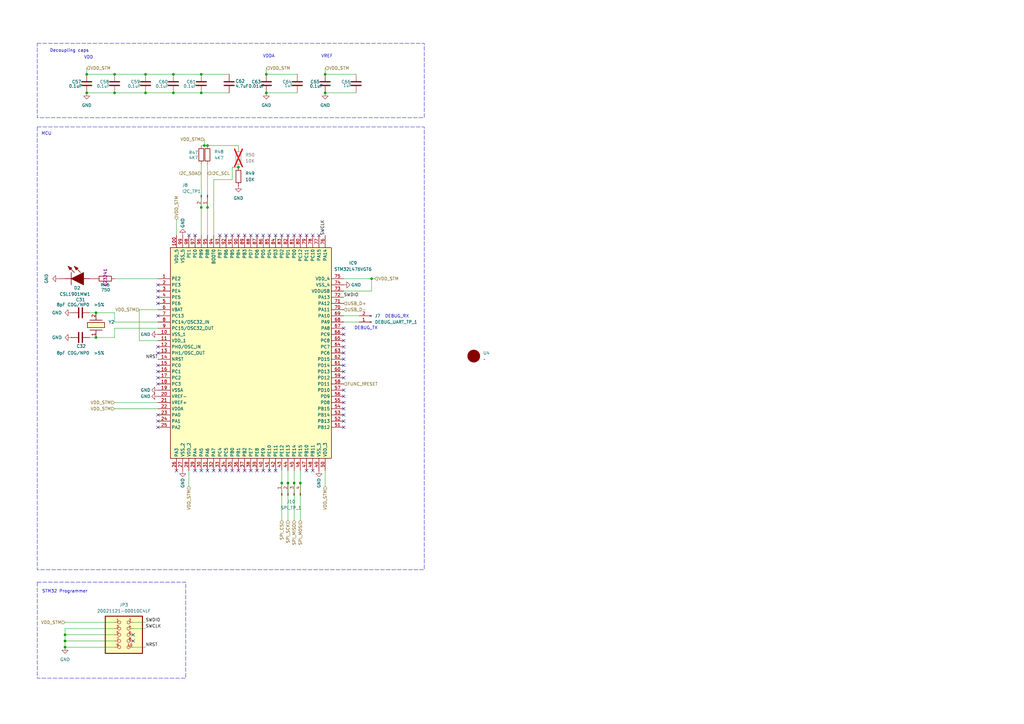
<source format=kicad_sch>
(kicad_sch (version 20250114) (generator "eeschema") (generator_version "9.0")
  (paper "A3")
  (title_block (date "2021-11-17"))
  (lib_symbols
    (symbol "20021221-00010C4LF:20021221-00010C4LF" (pin_names (offset 1.016))
      (property "Reference" "JP" (at -6.3529 8.2587 0))
      (property "Value" "20021221-00010C4LF" (at -6.3605 -10.1767 0))
      (symbol "20021221-00010C4LF_0_0"
        (rectangle (start -6.35 -7.62) (end 8.89 7.62) (stroke (width 0.4064)) (fill (type background)))
        (pin passive inverted (at -2.54 5.08 0) (length 2.54) (name "~") (number "1"))
        (pin passive inverted (at -2.54 2.54 0) (length 2.54) (name "~") (number "3"))
        (pin passive inverted (at -2.54 0 0) (length 2.54) (name "~") (number "5"))
        (pin passive inverted (at -2.54 -2.54 0) (length 2.54) (name "~") (number "7"))
        (pin passive inverted (at -2.54 -5.08 0) (length 2.54) (name "~") (number "9"))
        (pin passive inverted (at 5.08 5.08 180) (length 2.54) (name "~") (number "2"))
        (pin passive inverted (at 5.08 2.54 180) (length 2.54) (name "~") (number "4"))
        (pin passive inverted (at 5.08 0 180) (length 2.54) (name "~") (number "6"))
        (pin passive inverted (at 5.08 -2.54 180) (length 2.54) (name "~") (number "8"))
        (pin passive inverted (at 5.08 -5.08 180) (length 2.54) (name "~") (number "10"))
      )
    )
    (symbol "CSL1901MW1:CSL1901MW1" (pin_numbers (hide yes)) (pin_names (hide yes))
      (property "Reference" "LED" (at 12.7 8.89 0))
      (property "Value" "CSL1901MW1" (at 12.7 6.35 0))
      (symbol "CSL1901MW1_1_1"
        (polyline (pts (xy 2.54 0) (xy 5.08 0)) (stroke (width 0.254)))
        (polyline (pts (xy 5.08 2.54) (xy 5.08 -2.54)) (stroke (width 0.254)))
        (polyline (pts (xy 5.08 0) (xy 10.16 2.54) (xy 10.16 -2.54) (xy 5.08 0)) (stroke (width 0.254)) (fill (type outline)))
        (polyline (pts (xy 5.334 4.318) (xy 4.572 3.556) (xy 3.81 5.08) (xy 5.334 4.318)) (stroke (width 0.254)) (fill (type outline)))
        (polyline (pts (xy 6.35 2.54) (xy 3.81 5.08)) (stroke (width 0.254)))
        (polyline (pts (xy 7.874 4.318) (xy 7.112 3.556) (xy 6.35 5.08) (xy 7.874 4.318)) (stroke (width 0.254)) (fill (type outline)))
        (polyline (pts (xy 8.89 2.54) (xy 6.35 5.08)) (stroke (width 0.254)))
        (polyline (pts (xy 10.16 0) (xy 12.7 0)) (stroke (width 0.254)))
        (pin passive line (at 0 0 0) (length 2.54) (name "K") (number "1"))
        (pin passive line (at 15.24 0 180) (length 2.54) (name "A") (number "2"))
      )
    )
    (symbol "Connector:Conn_01x02_Pin" (pin_names (offset 1.016) (hide yes))
      (property "Reference" "J" (at 0 2.54 0))
      (property "Value" "Conn_01x02_Pin" (at 0 -5.08 0))
      (symbol "Conn_01x02_Pin_1_1"
        (rectangle (start 0.8636 0.127) (end 0 -0.127) (stroke (width 0.1524)) (fill (type outline)))
        (rectangle (start 0.8636 -2.413) (end 0 -2.667) (stroke (width 0.1524)) (fill (type outline)))
        (polyline (pts (xy 1.27 0) (xy 0.8636 0)) (stroke (width 0.1524)))
        (polyline (pts (xy 1.27 -2.54) (xy 0.8636 -2.54)) (stroke (width 0.1524)))
        (pin passive line (at 5.08 0 180) (length 3.81) (name "Pin_1") (number "1"))
        (pin passive line (at 5.08 -2.54 180) (length 3.81) (name "Pin_2") (number "2"))
      )
    )
    (symbol "Connector:Conn_01x04_Pin" (pin_names (offset 1.016) (hide yes))
      (property "Reference" "J" (at 0 5.08 0))
      (property "Value" "Conn_01x04_Pin" (at 0 -7.62 0))
      (symbol "Conn_01x04_Pin_1_1"
        (rectangle (start 0.8636 2.667) (end 0 2.413) (stroke (width 0.1524)) (fill (type outline)))
        (rectangle (start 0.8636 0.127) (end 0 -0.127) (stroke (width 0.1524)) (fill (type outline)))
        (rectangle (start 0.8636 -2.413) (end 0 -2.667) (stroke (width 0.1524)) (fill (type outline)))
        (rectangle (start 0.8636 -4.953) (end 0 -5.207) (stroke (width 0.1524)) (fill (type outline)))
        (polyline (pts (xy 1.27 2.54) (xy 0.8636 2.54)) (stroke (width 0.1524)))
        (polyline (pts (xy 1.27 0) (xy 0.8636 0)) (stroke (width 0.1524)))
        (polyline (pts (xy 1.27 -2.54) (xy 0.8636 -2.54)) (stroke (width 0.1524)))
        (polyline (pts (xy 1.27 -5.08) (xy 0.8636 -5.08)) (stroke (width 0.1524)))
        (pin passive line (at 5.08 2.54 180) (length 3.81) (name "Pin_1") (number "1"))
        (pin passive line (at 5.08 0 180) (length 3.81) (name "Pin_2") (number "2"))
        (pin passive line (at 5.08 -2.54 180) (length 3.81) (name "Pin_3") (number "3"))
        (pin passive line (at 5.08 -5.08 180) (length 3.81) (name "Pin_4") (number "4"))
      )
    )
    (symbol "Device:C" (pin_numbers (hide yes)) (pin_names (offset 0.254))
      (property "Reference" "C" (at 0.635 2.54 0))
      (property "Value" "C" (at 0.635 -2.54 0))
      (symbol "C_0_1"
        (polyline (pts (xy -2.032 0.762) (xy 2.032 0.762)) (stroke (width 0.508)))
        (polyline (pts (xy -2.032 -0.762) (xy 2.032 -0.762)) (stroke (width 0.508)))
      )
      (symbol "C_1_1"
        (pin passive line (at 0 3.81 270) (length 2.794) (name "~") (number "1"))
        (pin passive line (at 0 -3.81 90) (length 2.794) (name "~") (number "2"))
      )
    )
    (symbol "Device:R" (pin_numbers (hide yes)) (pin_names (offset 0))
      (property "Reference" "R" (at 2.032 0 90))
      (property "Value" "R" (at 0 0 90))
      (symbol "R_0_1"
        (rectangle (start -1.016 -2.54) (end 1.016 2.54) (stroke (width 0.254)))
      )
      (symbol "R_1_1"
        (pin passive line (at 0 3.81 270) (length 1.27) (name "~") (number "1"))
        (pin passive line (at 0 -3.81 90) (length 1.27) (name "~") (number "2"))
      )
    )
    (symbol "ECS-_327-7-16-C-TR:ECS-.327-7-16-C-TR" (pin_names (hide yes))
      (property "Reference" "Y" (at 8.89 6.35 0))
      (property "Value" "ECS-.327-7-16-C-TR" (at 8.89 3.81 0))
      (symbol "ECS-.327-7-16-C-TR_1_1"
        (polyline (pts (xy 3.048 2.54) (xy 3.048 -2.54)) (stroke (width 0.254)))
        (polyline (pts (xy 3.048 0) (xy 2.54 0)) (stroke (width 0.254)))
        (rectangle (start 4.064 3.556) (end 6.096 -3.556) (stroke (width 0.254)) (fill (type background)))
        (polyline (pts (xy 7.112 2.54) (xy 7.112 -2.54)) (stroke (width 0.254)))
        (polyline (pts (xy 7.112 0) (xy 7.62 0)) (stroke (width 0.254)))
        (pin passive line (at 0 0 0) (length 2.54) (name "OUT/IN") (number "2"))
        (pin passive line (at 10.16 0 180) (length 2.54) (name "") (number "1"))
      )
    )
    (symbol "Insyte:Logo"
      (property "Reference" "U" (at 0 0 0))
      (symbol "Logo_0_1"
        (circle (center 0 0) (radius 2.54) (fill (type outline)))
      )
    )
    (symbol "Insyte:STM32L476VGT6"
      (property "Reference" "IC5" (at 81.28 6.4202 0))
      (property "Value" "STM32L476VGT6" (at 81.28 3.8802 0))
      (symbol "STM32L476VGT6_1_1"
        (rectangle (start 5.08 12.7) (end 71.12 -73.66) (stroke (width 0.254)) (fill (type background)))
        (pin passive line (at 0 0 0) (length 5.08) (name "PE2") (number "1"))
        (pin passive line (at 0 -2.54 0) (length 5.08) (name "PE3") (number "2"))
        (pin passive line (at 0 -5.08 0) (length 5.08) (name "PE4") (number "3"))
        (pin passive line (at 0 -7.62 0) (length 5.08) (name "PE5") (number "4"))
        (pin passive line (at 0 -10.16 0) (length 5.08) (name "PE6") (number "5"))
        (pin passive line (at 0 -12.7 0) (length 5.08) (name "VBAT") (number "6"))
        (pin passive line (at 0 -15.24 0) (length 5.08) (name "PC13") (number "7"))
        (pin input line (at 0 -17.78 0) (length 5.08) (name "PC14/OSC32_IN") (number "8"))
        (pin output line (at 0 -20.32 0) (length 5.08) (name "PC15/OSC32_OUT") (number "9"))
        (pin power_in line (at 0 -22.86 0) (length 5.08) (name "VSS_1") (number "10"))
        (pin power_in line (at 0 -25.4 0) (length 5.08) (name "VDD_1") (number "11"))
        (pin input line (at 0 -27.94 0) (length 5.08) (name "PH0/OSC_IN") (number "12"))
        (pin output line (at 0 -30.48 0) (length 5.08) (name "PH1/OSC_OUT") (number "13"))
        (pin input line (at 0 -33.02 0) (length 5.08) (name "NRST") (number "14"))
        (pin passive line (at 0 -35.56 0) (length 5.08) (name "PC0") (number "15"))
        (pin passive line (at 0 -38.1 0) (length 5.08) (name "PC1") (number "16"))
        (pin passive line (at 0 -40.64 0) (length 5.08) (name "PC2") (number "17"))
        (pin passive line (at 0 -43.18 0) (length 5.08) (name "PC3") (number "18"))
        (pin power_in line (at 0 -45.72 0) (length 5.08) (name "VSSA") (number "19"))
        (pin input line (at 0 -48.26 0) (length 5.08) (name "VREF-") (number "20"))
        (pin input line (at 0 -50.8 0) (length 5.08) (name "VREF+") (number "21"))
        (pin power_in line (at 0 -53.34 0) (length 5.08) (name "VDDA") (number "22"))
        (pin passive line (at 0 -55.88 0) (length 5.08) (name "PA0") (number "23"))
        (pin passive line (at 0 -58.42 0) (length 5.08) (name "PA1") (number "24"))
        (pin passive line (at 0 -60.96 0) (length 5.08) (name "PA2") (number "25"))
        (pin power_in line (at 7.62 17.78 270) (length 5.08) (name "VDD_5") (number "100"))
        (pin passive line (at 7.62 -78.74 90) (length 5.08) (name "PA3") (number "26"))
        (pin power_in line (at 10.16 17.78 270) (length 5.08) (name "VSS_5") (number "99"))
        (pin power_in line (at 10.16 -78.74 90) (length 5.08) (name "VSS_2") (number "27"))
        (pin passive line (at 12.7 17.78 270) (length 5.08) (name "PE1") (number "98"))
        (pin power_in line (at 12.7 -78.74 90) (length 5.08) (name "VDD_2") (number "28"))
        (pin passive line (at 15.24 17.78 270) (length 5.08) (name "PE0") (number "97"))
        (pin passive line (at 15.24 -78.74 90) (length 5.08) (name "PA4") (number "29"))
        (pin passive line (at 17.78 17.78 270) (length 5.08) (name "PB9") (number "96"))
        (pin passive line (at 17.78 -78.74 90) (length 5.08) (name "PA5") (number "30"))
        (pin passive line (at 20.32 17.78 270) (length 5.08) (name "PB8") (number "95"))
        (pin passive line (at 20.32 -78.74 90) (length 5.08) (name "PA6") (number "31"))
        (pin passive line (at 22.86 17.78 270) (length 5.08) (name "BOOT0") (number "94"))
        (pin passive line (at 22.86 -78.74 90) (length 5.08) (name "PA7") (number "32"))
        (pin passive line (at 25.4 17.78 270) (length 5.08) (name "PB7") (number "93"))
        (pin passive line (at 25.4 -78.74 90) (length 5.08) (name "PC4") (number "33"))
        (pin passive line (at 27.94 17.78 270) (length 5.08) (name "PB6") (number "92"))
        (pin passive line (at 27.94 -78.74 90) (length 5.08) (name "PC5") (number "34"))
        (pin passive line (at 30.48 17.78 270) (length 5.08) (name "PB5") (number "91"))
        (pin passive line (at 30.48 -78.74 90) (length 5.08) (name "PB0") (number "35"))
        (pin passive line (at 33.02 17.78 270) (length 5.08) (name "PB4") (number "90"))
        (pin passive line (at 33.02 -78.74 90) (length 5.08) (name "PB1") (number "36"))
        (pin passive line (at 35.56 17.78 270) (length 5.08) (name "PB3") (number "89"))
        (pin passive line (at 35.56 -78.74 90) (length 5.08) (name "PB2") (number "37"))
        (pin passive line (at 38.1 17.78 270) (length 5.08) (name "PD7") (number "88"))
        (pin passive line (at 38.1 -78.74 90) (length 5.08) (name "PE7") (number "38"))
        (pin passive line (at 40.64 17.78 270) (length 5.08) (name "PD6") (number "87"))
        (pin passive line (at 40.64 -78.74 90) (length 5.08) (name "PE8") (number "39"))
        (pin passive line (at 43.18 17.78 270) (length 5.08) (name "PD5") (number "86"))
        (pin passive line (at 43.18 -78.74 90) (length 5.08) (name "PE9") (number "40"))
        (pin passive line (at 45.72 17.78 270) (length 5.08) (name "PD4") (number "85"))
        (pin passive line (at 45.72 -78.74 90) (length 5.08) (name "PE10") (number "41"))
        (pin passive line (at 48.26 17.78 270) (length 5.08) (name "PD3") (number "84"))
        (pin passive line (at 48.26 -78.74 90) (length 5.08) (name "PE11") (number "42"))
        (pin passive line (at 50.8 17.78 270) (length 5.08) (name "PD2") (number "83"))
        (pin passive line (at 50.8 -78.74 90) (length 5.08) (name "PE12") (number "43"))
        (pin passive line (at 53.34 17.78 270) (length 5.08) (name "PD1") (number "82"))
        (pin passive line (at 53.34 -78.74 90) (length 5.08) (name "PE13") (number "44"))
        (pin passive line (at 55.88 17.78 270) (length 5.08) (name "PD0") (number "81"))
        (pin passive line (at 55.88 -78.74 90) (length 5.08) (name "PE14") (number "45"))
        (pin passive line (at 58.42 17.78 270) (length 5.08) (name "PC12") (number "80"))
        (pin passive line (at 58.42 -78.74 90) (length 5.08) (name "PE15") (number "46"))
        (pin passive line (at 60.96 17.78 270) (length 5.08) (name "PC11") (number "79"))
        (pin passive line (at 60.96 -78.74 90) (length 5.08) (name "PB10") (number "47"))
        (pin passive line (at 63.5 17.78 270) (length 5.08) (name "PC10") (number "78"))
        (pin passive line (at 63.5 -78.74 90) (length 5.08) (name "PB11") (number "48"))
        (pin passive line (at 66.04 17.78 270) (length 5.08) (name "PA15") (number "77"))
        (pin power_in line (at 66.04 -78.74 90) (length 5.08) (name "VSS_3") (number "49"))
        (pin passive line (at 68.58 17.78 270) (length 5.08) (name "PA14") (number "76"))
        (pin power_in line (at 68.58 -78.74 90) (length 5.08) (name "VDD_3") (number "50"))
        (pin power_in line (at 76.2 0 180) (length 5.08) (name "VDD_4") (number "75"))
        (pin power_in line (at 76.2 -2.54 180) (length 5.08) (name "VSS_4") (number "74"))
        (pin power_in line (at 76.2 -5.08 180) (length 5.08) (name "VDDUSB") (number "73"))
        (pin passive line (at 76.2 -7.62 180) (length 5.08) (name "PA13") (number "72"))
        (pin passive line (at 76.2 -10.16 180) (length 5.08) (name "PA12") (number "71"))
        (pin passive line (at 76.2 -12.7 180) (length 5.08) (name "PA11") (number "70"))
        (pin passive line (at 76.2 -15.24 180) (length 5.08) (name "PA10") (number "69"))
        (pin passive line (at 76.2 -17.78 180) (length 5.08) (name "PA9") (number "68"))
        (pin passive line (at 76.2 -20.32 180) (length 5.08) (name "PA8") (number "67"))
        (pin passive line (at 76.2 -22.86 180) (length 5.08) (name "PC9") (number "66"))
        (pin passive line (at 76.2 -25.4 180) (length 5.08) (name "PC8") (number "65"))
        (pin passive line (at 76.2 -27.94 180) (length 5.08) (name "PC7") (number "64"))
        (pin passive line (at 76.2 -30.48 180) (length 5.08) (name "PC6") (number "63"))
        (pin passive line (at 76.2 -33.02 180) (length 5.08) (name "PD15") (number "62"))
        (pin passive line (at 76.2 -35.56 180) (length 5.08) (name "PD14") (number "61"))
        (pin passive line (at 76.2 -38.1 180) (length 5.08) (name "PD13") (number "60"))
        (pin passive line (at 76.2 -40.64 180) (length 5.08) (name "PD12") (number "59"))
        (pin passive line (at 76.2 -43.18 180) (length 5.08) (name "PD11") (number "58"))
        (pin passive line (at 76.2 -45.72 180) (length 5.08) (name "PD10") (number "57"))
        (pin passive line (at 76.2 -48.26 180) (length 5.08) (name "PD9") (number "56"))
        (pin passive line (at 76.2 -50.8 180) (length 5.08) (name "PD8") (number "55"))
        (pin passive line (at 76.2 -53.34 180) (length 5.08) (name "PB15") (number "54"))
        (pin passive line (at 76.2 -55.88 180) (length 5.08) (name "PB14") (number "53"))
        (pin passive line (at 76.2 -58.42 180) (length 5.08) (name "PB13") (number "52"))
        (pin passive line (at 76.2 -60.96 180) (length 5.08) (name "PB12") (number "51"))
      )
    )
    (symbol "power:GND" (power) (pin_numbers (hide yes)) (pin_names (offset 0) (hide yes))
      (property "Value" "GND" (at 0 -3.81 0))
      (symbol "GND_0_1"
        (polyline (pts (xy 0 0) (xy 0 -1.27) (xy 1.27 -1.27) (xy 0 -2.54) (xy -1.27 -1.27) (xy 0 -1.27)))
      )
      (symbol "GND_1_1"
        (pin power_in line (at 0 0 270) (length 0) (name "~") (number "1"))
      )
    )
  )
  (rectangle (start 15.2484 238.76) (end 76.2084 278.13) (stroke (width 0) (type dash)))
  (rectangle (start 15.24 17.78) (end 173.99 48.26) (stroke (width 0) (type dash)))
  (rectangle (start 15.24 52.07) (end 173.99 233.68) (stroke (width 0) (type dash)))
  (text "STM32 Programmer" (at 17.2212 243.332 0) (effects (font (size 1.27 1.27)) (justify left bottom)))
  (text "VREF" (at 134.112 23.114 0) (effects (font (size 1.27 1.27))))
  (text "MCU" (at 19.05 54.864 0) (effects (font (size 1.27 1.27))))
  (text "VDD\n" (at 36.322 23.622 0) (effects (font (size 1.27 1.27))))
  (text "VDDA\n" (at 110.236 23.114 0) (effects (font (size 1.27 1.27))))
  (text "Decoupling caps" (at 28.448 20.828 0) (effects (font (size 1.27 1.27))))
  (text "DEBUG_RX" (at 162.814 129.794 0) (effects (font (size 1.27 1.27))))
  (text "DEBUG_TX" (at 150.114 134.62 0) (effects (font (size 1.27 1.27))))
  (junction (at 118.11 198.12))
  (junction (at 26.67 262.89))
  (junction (at 123.19 198.12))
  (junction (at 109.22 38.1))
  (junction (at 133.35 38.1))
  (junction (at 26.67 260.35))
  (junction (at 59.69 30.48))
  (junction (at 82.55 85.09))
  (junction (at 39.37 138.43))
  (junction (at 133.35 30.48))
  (junction (at 35.56 30.48))
  (junction (at 46.99 30.48))
  (junction (at 85.09 85.09))
  (junction (at 71.12 38.1))
  (junction (at 109.22 30.48))
  (junction (at 46.99 38.1))
  (junction (at 59.69 38.1))
  (junction (at 97.79 68.58))
  (junction (at 39.37 128.27))
  (junction (at 120.65 198.12))
  (junction (at 115.57 198.12))
  (junction (at 35.56 38.1))
  (junction (at 152.4 114.3))
  (junction (at 82.55 30.48))
  (junction (at 71.12 30.48))
  (junction (at 26.67 265.43))
  (junction (at 85.09 59.69))
  (junction (at 82.55 38.1))
  (junction (at 83.82 59.69))
  (no_connect (at 140.97 147.32))
  (no_connect (at 54.61 262.89))
  (no_connect (at 125.73 96.52))
  (no_connect (at 92.71 96.52))
  (no_connect (at 82.55 193.04))
  (no_connect (at 95.25 96.52))
  (no_connect (at 77.47 96.52))
  (no_connect (at 64.77 149.86))
  (no_connect (at 85.09 193.04))
  (no_connect (at 90.17 193.04))
  (no_connect (at 140.97 137.16))
  (no_connect (at 64.77 116.84))
  (no_connect (at 140.97 162.56))
  (no_connect (at 110.49 193.04))
  (no_connect (at 102.87 193.04))
  (no_connect (at 140.97 165.1))
  (no_connect (at 120.65 96.52))
  (no_connect (at 140.97 154.94))
  (no_connect (at 128.27 193.04))
  (no_connect (at 64.77 124.46))
  (no_connect (at 54.61 260.35))
  (no_connect (at 80.01 193.04))
  (no_connect (at 90.17 96.52))
  (no_connect (at 140.97 144.78))
  (no_connect (at 64.77 121.92))
  (no_connect (at 113.03 96.52))
  (no_connect (at 87.63 193.04))
  (no_connect (at 118.11 96.52))
  (no_connect (at 80.01 96.52))
  (no_connect (at 64.77 129.54))
  (no_connect (at 123.19 96.52))
  (no_connect (at 100.33 96.52))
  (no_connect (at 130.81 96.52))
  (no_connect (at 140.97 170.18))
  (no_connect (at 72.39 193.04))
  (no_connect (at 140.97 152.4))
  (no_connect (at 64.77 142.24))
  (no_connect (at 140.97 167.64))
  (no_connect (at 140.97 175.26))
  (no_connect (at 97.79 96.52))
  (no_connect (at 64.77 144.78))
  (no_connect (at 107.95 193.04))
  (no_connect (at 102.87 96.52))
  (no_connect (at 140.97 149.86))
  (no_connect (at 105.41 96.52))
  (no_connect (at 64.77 157.48))
  (no_connect (at 97.79 193.04))
  (no_connect (at 100.33 193.04))
  (no_connect (at 64.77 172.72))
  (no_connect (at 128.27 96.52))
  (no_connect (at 125.73 193.04))
  (no_connect (at 140.97 134.62))
  (no_connect (at 140.97 160.02))
  (no_connect (at 64.77 170.18))
  (no_connect (at 107.95 96.52))
  (no_connect (at 105.41 193.04))
  (no_connect (at 115.57 96.52))
  (no_connect (at 64.77 175.26))
  (no_connect (at 64.77 152.4))
  (no_connect (at 64.77 119.38))
  (no_connect (at 140.97 139.7))
  (no_connect (at 140.97 142.24))
  (no_connect (at 64.77 154.94))
  (no_connect (at 95.25 193.04))
  (no_connect (at 110.49 96.52))
  (no_connect (at 140.97 172.72))
  (no_connect (at 92.71 193.04))
  (no_connect (at 113.03 193.04))
  (wire (pts (xy 71.12 38.1) (xy 82.55 38.1)))
  (wire (pts (xy 39.37 138.43) (xy 36.83 138.43)))
  (wire (pts (xy 152.4 114.3) (xy 153.67 114.3)))
  (wire (pts (xy 35.56 30.48) (xy 46.99 30.48)))
  (wire (pts (xy 140.97 129.54) (xy 147.32 129.54)))
  (wire (pts (xy 39.37 138.43) (xy 46.99 138.43)))
  (wire (pts (xy 83.82 59.69) (xy 85.09 59.69)))
  (wire (pts (xy 82.55 30.48) (xy 93.98 30.48)))
  (wire (pts (xy 97.79 60.96) (xy 97.79 59.69)))
  (wire (pts (xy 82.55 85.09) (xy 82.55 96.52)))
  (wire (pts (xy 140.97 119.38) (xy 152.4 119.38)))
  (wire (pts (xy 72.39 90.17) (xy 72.39 96.52)))
  (wire (pts (xy 54.61 265.43) (xy 59.6984 265.43)))
  (wire (pts (xy 82.55 38.1) (xy 93.98 38.1)))
  (wire (pts (xy 123.19 193.04) (xy 123.19 198.12)))
  (wire (pts (xy 46.99 30.48) (xy 59.69 30.48)))
  (wire (pts (xy 133.35 30.48) (xy 146.05 30.48)))
  (wire (pts (xy 87.63 73.66) (xy 95.25 73.66)))
  (wire (pts (xy 115.57 198.12) (xy 115.57 213.36)))
  (wire (pts (xy 46.99 128.27) (xy 46.99 132.08)))
  (wire (pts (xy 46.99 262.89) (xy 26.67 262.89)))
  (wire (pts (xy 46.99 138.43) (xy 46.99 134.62)))
  (wire (pts (xy 46.99 114.3) (xy 64.77 114.3)))
  (wire (pts (xy 57.15 127) (xy 57.15 139.7)))
  (wire (pts (xy 54.61 255.27) (xy 59.6984 255.27)))
  (wire (pts (xy 82.55 67.31) (xy 82.55 85.09)))
  (wire (pts (xy 95.25 73.66) (xy 95.25 68.58)))
  (wire (pts (xy 59.69 30.48) (xy 71.12 30.48)))
  (wire (pts (xy 123.19 198.12) (xy 123.19 213.36)))
  (wire (pts (xy 46.99 165.1) (xy 64.77 165.1)))
  (wire (pts (xy 26.67 260.35) (xy 26.67 262.89)))
  (wire (pts (xy 120.65 193.04) (xy 120.65 198.12)))
  (wire (pts (xy 64.77 139.7) (xy 57.15 139.7)))
  (wire (pts (xy 118.11 198.12) (xy 118.11 213.36)))
  (wire (pts (xy 109.22 38.1) (xy 121.92 38.1)))
  (wire (pts (xy 140.97 114.3) (xy 152.4 114.3)))
  (wire (pts (xy 85.09 67.31) (xy 85.09 85.09)))
  (wire (pts (xy 133.35 38.1) (xy 146.05 38.1)))
  (wire (pts (xy 35.56 27.94) (xy 35.56 30.48)))
  (wire (pts (xy 46.99 132.08) (xy 64.77 132.08)))
  (wire (pts (xy 109.22 30.48) (xy 121.92 30.48)))
  (wire (pts (xy 85.09 85.09) (xy 85.09 96.52)))
  (wire (pts (xy 26.67 262.89) (xy 26.67 265.43)))
  (wire (pts (xy 97.79 59.69) (xy 85.09 59.69)))
  (wire (pts (xy 87.63 96.52) (xy 87.63 73.66)))
  (wire (pts (xy 39.37 128.27) (xy 36.83 128.27)))
  (wire (pts (xy 46.99 260.35) (xy 26.67 260.35)))
  (wire (pts (xy 57.15 127) (xy 64.77 127)))
  (wire (pts (xy 120.65 198.12) (xy 120.65 213.36)))
  (wire (pts (xy 54.61 257.81) (xy 59.69 257.81)))
  (wire (pts (xy 115.57 193.04) (xy 115.57 198.12)))
  (wire (pts (xy 71.12 30.48) (xy 82.55 30.48)))
  (wire (pts (xy 118.11 193.04) (xy 118.11 198.12)))
  (wire (pts (xy 26.67 255.27) (xy 46.99 255.27)))
  (wire (pts (xy 26.67 265.43) (xy 46.99 265.43)))
  (wire (pts (xy 46.99 134.62) (xy 64.77 134.62)))
  (wire (pts (xy 95.25 68.58) (xy 97.79 68.58)))
  (wire (pts (xy 133.35 27.94) (xy 133.35 30.48)))
  (wire (pts (xy 140.97 132.08) (xy 147.32 132.08)))
  (wire (pts (xy 59.69 38.1) (xy 71.12 38.1)))
  (wire (pts (xy 82.55 59.69) (xy 83.82 59.69)))
  (wire (pts (xy 39.37 128.27) (xy 46.99 128.27)))
  (wire (pts (xy 26.67 257.81) (xy 26.67 260.35)))
  (wire (pts (xy 133.35 193.04) (xy 133.35 199.39)))
  (wire (pts (xy 83.82 57.15) (xy 83.82 59.69)))
  (wire (pts (xy 46.99 257.81) (xy 26.67 257.81)))
  (wire (pts (xy 46.99 167.64) (xy 64.77 167.64)))
  (wire (pts (xy 35.56 38.1) (xy 46.99 38.1)))
  (wire (pts (xy 109.22 27.94) (xy 109.22 30.48)))
  (wire (pts (xy 77.47 193.04) (xy 77.47 199.39)))
  (wire (pts (xy 46.99 38.1) (xy 59.69 38.1)))
  (wire (pts (xy 152.4 119.38) (xy 152.4 114.3)))
  (label "NRST" (at 64.77 147.32 180))
  (label "SWCLK" (at 59.69 257.81 0))
  (label "SWDIO" (at 140.97 121.92 0))
  (label "SWCLK" (at 133.35 96.52 90))
  (label "SWDIO" (at 59.6984 255.27 0))
  (label "NRST" (at 59.6984 265.43 0))
  (hierarchical_label "VDD_STM" (shape input) (at 133.35 27.94 0))
  (hierarchical_label "SPI_SCK" (shape input) (at 118.11 213.36 270))
  (hierarchical_label "VDD_STM" (shape input) (at 57.15 127 180))
  (hierarchical_label "VDD_STM" (shape input) (at 153.67 114.3 0))
  (hierarchical_label "VDD_STM" (shape input) (at 133.35 199.39 270))
  (hierarchical_label "VDD_STM" (shape input) (at 46.99 165.1 180))
  (hierarchical_label "I2C_SCL" (shape input) (at 85.09 71.12 0))
  (hierarchical_label "VDD_STM" (shape input) (at 77.47 199.39 270))
  (hierarchical_label "SPI_CS" (shape input) (at 115.57 213.36 270))
  (hierarchical_label "VDD_STM" (shape input) (at 83.82 57.15 180))
  (hierarchical_label "VDD_STM" (shape input) (at 35.56 27.94 0))
  (hierarchical_label "USB_D+" (shape input) (at 140.97 124.46 0))
  (hierarchical_label "VDD_STM" (shape input) (at 26.67 255.27 180))
  (hierarchical_label "USB_D-" (shape input) (at 140.97 127 0))
  (hierarchical_label "SPI_MISO" (shape input) (at 120.65 213.36 270))
  (hierarchical_label "VDD_STM" (shape input) (at 46.99 167.64 180))
  (hierarchical_label "VDD_STM" (shape input) (at 109.22 27.94 0))
  (hierarchical_label "SPI_MOSI" (shape input) (at 123.19 213.36 270))
  (hierarchical_label "FUNC_!RESET" (shape input) (at 140.97 157.48 0))
  (hierarchical_label "I2C_SDA" (shape input) (at 82.55 71.12 180))
  (hierarchical_label "VDD_STM" (shape input) (at 72.39 90.17 90))
  (symbol (lib_id "Device:C") (at 46.99 34.29 0) (unit 1)
    (property "Reference" "C58" (at 40.894 33.528 0) (effects (justify left)))
    (property "Value" "0.1uF" (at 39.624 35.306 0) (effects (justify left)))
    (property "Footprint" "Capacitor_SMD:C_0603_1608Metric" (effects (hide yes)))
    (property "voltage rating" "16V" (effects (hide yes)))
    (property "Manufacturer_Name" "Generic" (effects (hide yes)))
    (property "LCSC Part #" " C14663" (effects (hide yes)))
  )
  (symbol (lib_id "Device:R") (at 43.18 114.3 270) (unit 1)
    (property "Reference" "R46" (at 41.148 116.84 90) (effects (justify left)))
    (property "Value" "750" (at 41.402 118.872 90) (effects (justify left)))
    (property "Footprint" "Resistor_SMD:R_0603_1608Metric" (effects (hide yes)))
    (property "Description" "Resistor" (effects (hide yes)))
    (property "LCSC Part #" " C23241" (at 43.18 114.3 0))
  )
  (symbol (lib_id "power:GND") (at 130.81 193.04 0) (unit 1)
    (property "Reference" "#PWR090" (effects (hide yes)))
    (property "Value" "GND" (at 130.81 198.12 90))
    (property "Description" "Power symbol creates a global label with name \"GND\" , ground" (effects (hide yes)))
  )
  (symbol (lib_id "power:GND") (at 64.77 160.02 270) (unit 1)
    (property "Reference" "#PWR081" (effects (hide yes)))
    (property "Value" "GND" (at 59.69 160.02 90))
    (property "Description" "Power symbol creates a global label with name \"GND\" , ground" (effects (hide yes)))
  )
  (symbol (lib_id "power:GND") (at 140.97 116.84 90) (unit 1)
    (property "Reference" "#PWR091" (effects (hide yes)))
    (property "Value" "GND" (at 146.05 116.84 90))
    (property "Description" "Power symbol creates a global label with name \"GND\" , ground" (effects (hide yes)))
  )
  (symbol (lib_id "Device:C") (at 82.55 34.29 0) (unit 1)
    (property "Reference" "C61" (at 76.454 33.528 0) (effects (justify left)))
    (property "Value" "0.1uF" (at 75.184 35.306 0) (effects (justify left)))
    (property "Footprint" "Capacitor_SMD:C_0603_1608Metric" (effects (hide yes)))
    (property "voltage rating" "16V" (effects (hide yes)))
    (property "Manufacturer_Name" "Generic" (effects (hide yes)))
    (property "LCSC Part #" " C14663" (effects (hide yes)))
  )
  (symbol (lib_id "ECS-_327-7-16-C-TR:ECS-.327-7-16-C-TR") (at 39.37 128.27 270) (unit 1)
    (property "Reference" "Y2" (at 44.45 132.0799 90) (effects (justify left)))
    (property "Value" "ECS-.327-7-16-C-TR" (effects (hide yes)))
    (property "Footprint" "Insyte_Footprints:ECS327516TR" (effects (hide yes)))
    (property "Description" "Crystals 32.768kHz 7pF 10ppm -40C +85C" (effects (hide yes)))
    (property "Height" "0.5" (effects (hide yes)))
    (property "Mouser Part Number" "520-.327-7-16-CT" (effects (hide yes)))
    (property "Mouser Price/Stock" "https://www.mouser.co.uk/ProductDetail/ECS/ECS-.327-7-16-C-TR?qs=w%2Fv1CP2dgqo3rC12MGRRJg%3D%3D" (effects (hide yes)))
    (property "Manufacturer_Name" "ECS" (effects (hide yes)))
    (property "Manufacturer_Part_Number" "ECS-.327-7-16-C-TR" (effects (hide yes)))
    (property "manf#" "ECS-.327-7-16-C-TR" (effects (hide yes)))
  )
  (symbol (lib_id "Device:C") (at 93.98 34.29 0) (unit 1)
    (property "Reference" "C62" (at 96.52 33.274 0) (effects (justify left)))
    (property "Value" "4.7uF" (at 96.52 35.306 0) (effects (justify left)))
    (property "Footprint" "Capacitor_SMD:C_0603_1608Metric" (effects (hide yes)))
    (property "voltage rating" "16V" (effects (hide yes)))
    (property "Manufacturer_Name" "Generic" (effects (hide yes)))
    (property "LCSC Part #" " C19702" (effects (hide yes)))
  )
  (symbol (lib_id "Connector:Conn_01x02_Pin") (at 152.4 132.08 180) (unit 1)
    (property "Reference" "J7" (at 153.67 129.5399 0) (effects (justify right)))
    (property "Value" "DEBUG_UART_TP_1" (at 153.67 132.0799 0) (effects (justify right)))
    (property "Footprint" "Connector_PinHeader_2.54mm:PinHeader_1x02_P2.54mm_Vertical" (effects (hide yes)))
    (property "Description" "Generic connector, single row, 01x02, script generated" (effects (hide yes)))
  )
  (symbol (lib_id "power:GND") (at 64.77 137.16 270) (unit 1)
    (property "Reference" "#PWR093" (effects (hide yes)))
    (property "Value" "GND" (at 59.69 137.16 90))
    (property "Description" "Power symbol creates a global label with name \"GND\" , ground" (effects (hide yes)))
  )
  (symbol (lib_id "power:GND") (at 74.93 193.04 0) (unit 1)
    (property "Reference" "#PWR080" (effects (hide yes)))
    (property "Value" "GND" (at 74.93 198.12 90))
    (property "Description" "Power symbol creates a global label with name \"GND\" , ground" (effects (hide yes)))
  )
  (symbol (lib_id "Device:C") (at 133.35 34.29 0) (unit 1)
    (property "Reference" "C65" (at 127.254 33.528 0) (effects (justify left)))
    (property "Value" "0.1uF" (at 127 35.306 0) (effects (justify left)))
    (property "Footprint" "Capacitor_SMD:C_0603_1608Metric" (effects (hide yes)))
    (property "voltage rating" "16V" (effects (hide yes)))
    (property "Manufacturer_Name" "Generic" (effects (hide yes)))
    (property "LCSC Part #" " C14663" (effects (hide yes)))
  )
  (symbol (lib_id "power:GND") (at 29.21 128.27 270) (unit 1)
    (property "Reference" "#PWR082" (effects (hide yes)))
    (property "Value" "GND" (at 25.4 128.2701 90) (effects (justify right)))
    (property "Description" "Power symbol creates a global label with name \"GND\" , ground" (effects (hide yes)))
  )
  (symbol (lib_id "power:GND") (at 26.67 265.43 0) (unit 1)
    (property "Reference" "#PWR072" (effects (hide yes)))
    (property "Value" "GND" (at 26.67 270.51 0))
    (property "Description" "Power symbol creates a global label with name \"GND\" , ground" (effects (hide yes)))
  )
  (symbol (lib_id "Insyte:STM32L476VGT6") (at 64.77 114.3 0) (unit 1)
    (property "Reference" "IC9" (at 144.78 107.8798 0))
    (property "Value" "STM32L476VGT6" (at 144.78 110.4198 0))
    (property "Footprint" "Insyte_Footprints:QFP50P1600X1600X160-100N" (effects (hide yes)))
    (property "Datasheet" "https://datasheet.datasheetarchive.com/originals/distributors/DKDS41/DSANUWW0028607.pdf" (effects (hide yes)))
    (property "Description" "ARM MCU 32-bit 80MHz 1024KB  LQFP100 STMicroelectronics STM32L476VGT6, 32bit ARM Cortex M4 MCU, 80MHz, 1 MB Flash, 100-Pin LQFP" (effects (hide yes)))
    (property "Height" "1.6" (effects (hide yes)))
    (property "Mouser Part Number" "511-STM32L476VGT6" (effects (hide yes)))
    (property "Mouser Price/Stock" "https://www.mouser.co.uk/ProductDetail/STMicroelectronics/STM32L476VGT6?qs=o58qnh%2FCpu5dK9fVopo6mQ%3D%3D" (effects (hide yes)))
    (property "Manufacturer_Name" "STMicroelectronics" (effects (hide yes)))
    (property "Manufacturer_Part_Number" "STM32L476VGT6" (effects (hide yes)))
  )
  (symbol (lib_id "Insyte:Logo") (at 194.31 146.05 0) (unit 1)
    (property "Reference" "U4" (at 198.12 144.7799 0) (effects (justify left)))
    (property "Value" "~" (at 198.12 147.3199 0) (effects (justify left)))
    (property "Footprint" "Insyte_Logo_Footprints:15x6_Insyte_Logo" (effects (hide yes)))
  )
  (symbol (lib_id "Device:C") (at 71.12 34.29 0) (unit 1)
    (property "Reference" "C60" (at 65.024 33.528 0) (effects (justify left)))
    (property "Value" "0.1uF" (at 63.754 35.306 0) (effects (justify left)))
    (property "Footprint" "Capacitor_SMD:C_0603_1608Metric" (effects (hide yes)))
    (property "voltage rating" "16V" (effects (hide yes)))
    (property "Manufacturer_Name" "Generic" (effects (hide yes)))
    (property "LCSC Part #" " C14663" (effects (hide yes)))
  )
  (symbol (lib_id "power:GND") (at 74.93 96.52 180) (unit 1)
    (property "Reference" "#PWR092" (effects (hide yes)))
    (property "Value" "GND" (at 74.93 91.44 90))
    (property "Description" "Power symbol creates a global label with name \"GND\" , ground" (effects (hide yes)))
  )
  (symbol (lib_id "CSL1901MW1:CSL1901MW1") (at 24.13 114.3 0) (unit 1)
    (property "Reference" "D2" (at 33.0201 118.11 0) (effects (justify right)))
    (property "Value" "CSL1901MW1" (at 37.084 120.65 0) (effects (justify right)))
    (property "Footprint" "Insyte_Footprints:CSL1901MW1" (effects (hide yes)))
    (property "Datasheet" "https://fscdn.rohm.com/en/products/databook/datasheet/opto/led/chip_mono/csl1901mw1-e.pdf" (effects (hide yes)))
    (property "Description" "Yellow-Green 570nm LED Indication - Discrete 1.8V 0603 (1608 Metric)" (effects (hide yes)))
    (property "Height" "0.65" (effects (hide yes)))
    (property "Mouser Part Number" "755-CSL1901MW1" (effects (hide yes)))
    (property "Mouser Price/Stock" "https://www.mouser.co.uk/ProductDetail/ROHM-Semiconductor/CSL1901MW1?qs=vvQtp7zwQdN3uHEcX5W%252BnQ%3D%3D" (effects (hide yes)))
    (property "Manufacturer_Name" "ROHM Semiconductor" (effects (hide yes)))
    (property "Manufacturer_Part_Number" "CSL1901MW1" (effects (hide yes)))
    (property "manf#" "CSL1901MW1" (effects (hide yes)))
  )
  (symbol (lib_id "Device:C") (at 121.92 34.29 0) (unit 1)
    (property "Reference" "C64" (at 115.824 33.528 0) (effects (justify left)))
    (property "Value" "1uF" (at 116.586 35.052 0) (effects (justify left)))
    (property "Footprint" "Capacitor_SMD:C_0603_1608Metric" (effects (hide yes)))
    (property "voltage rating" "16V" (effects (hide yes)))
    (property "Manufacturer_Name" "Generic" (effects (hide yes)))
    (property "LCSC Part #" " C15849" (effects (hide yes)))
  )
  (symbol (lib_id "power:GND") (at 24.13 114.3 270) (unit 1)
    (property "Reference" "#PWR078" (effects (hide yes)))
    (property "Value" "GND" (at 19.05 114.3 0))
    (property "Description" "Power symbol creates a global label with name \"GND\" , ground" (effects (hide yes)))
  )
  (symbol (lib_id "20021221-00010C4LF:20021221-00010C4LF") (at 49.53 260.35 0) (unit 1)
    (property "Reference" "JP3" (at 50.8 248.0564 0))
    (property "Value" "20021121-00010C4LF" (at 50.8 250.5964 0))
    (property "Footprint" "Insyte_Footprints:2002112100010C4LF" (effects (hide yes)))
    (property "MF" "Amphenol ICC" (effects (hide yes)))
    (property "Package" "None" (effects (hide yes)))
    (property "Price" "None" (effects (hide yes)))
    (property "SnapEDA_Link" "https://www.snapeda.com/parts/20021221-00010C4LF/Amphenol+FCI/view-part/?ref=snap" (effects (hide yes)))
    (property "MP" "20021221-00010C4LF" (effects (hide yes)))
    (property "Purchase-URL" "https://www.snapeda.com/api/url_track_click_mouser/?unipart_id=315884&manufacturer=Amphenol ICC&part_name=20021221-00010C4LF&search_term=None" (effects (hide yes)))
    (property "Availability" "In Stock" (effects (hide yes)))
    (property "Check_prices" "https://www.snapeda.com/parts/20021221-00010C4LF/Amphenol+FCI/view-part/?ref=eda" (effects (hide yes)))
    (property "LCSC Part #" "C150517" (effects (hide yes)))
    (property "manf#" "20021121-00010C4LF" (effects (hide yes)))
    (property "Description_1" "\nFCI 20021221 Series,1.27mm Pitch 10 Way 2 Row Straight PCB Header,Solder Term,1A | Amphenol FCI (Amphenol CS) 20021221-00010C4LF\n" (effects (hide yes)))
  )
  (symbol (lib_id "Device:C") (at 59.69 34.29 0) (unit 1)
    (property "Reference" "C59" (at 53.594 33.528 0) (effects (justify left)))
    (property "Value" "0.1uF" (at 52.324 35.306 0) (effects (justify left)))
    (property "Footprint" "Capacitor_SMD:C_0603_1608Metric" (effects (hide yes)))
    (property "voltage rating" "16V" (effects (hide yes)))
    (property "Manufacturer_Name" "Generic" (effects (hide yes)))
    (property "LCSC Part #" " C14663" (effects (hide yes)))
  )
  (symbol (lib_id "Device:R") (at 85.09 63.5 0) (unit 1)
    (property "Reference" "R48" (at 87.884 62.2299 0) (effects (justify left)))
    (property "Value" "4K7" (at 87.884 64.7699 0) (effects (justify left)))
    (property "Footprint" "Resistor_SMD:R_0603_1608Metric" (effects (hide yes)))
    (property "LCSC Part #" " C23162" (effects (hide yes)))
  )
  (symbol (lib_id "power:GND") (at 29.21 138.43 270) (unit 1)
    (property "Reference" "#PWR083" (effects (hide yes)))
    (property "Value" "GND" (at 25.4 138.4301 90) (effects (justify right)))
    (property "Description" "Power symbol creates a global label with name \"GND\" , ground" (effects (hide yes)))
  )
  (symbol (lib_id "power:GND") (at 97.79 76.2 0) (unit 1)
    (property "Reference" "#PWR062" (effects (hide yes)))
    (property "Value" "GND" (at 97.79 81.28 0))
    (property "Description" "Power symbol creates a global label with name \"GND\" , ground" (effects (hide yes)))
  )
  (symbol (lib_id "Device:C") (at 33.02 128.27 90) (unit 1)
    (property "Reference" "C31" (at 33.02 122.936 90))
    (property "Value" "8pF C0G/NP0  >5%" (at 33.02 124.968 90))
    (property "Footprint" "Capacitor_SMD:C_0603_1608Metric" (effects (hide yes)))
    (property "Description" "Unpolarized capacitor" (effects (hide yes)))
    (property "LCSC Part #" "C36508" (effects (hide yes)))
  )
  (symbol (lib_id "Device:R") (at 97.79 72.39 0) (unit 1)
    (property "Reference" "R49" (at 100.584 71.1199 0) (effects (justify left)))
    (property "Value" "10K" (at 100.584 73.6599 0) (effects (justify left)))
    (property "Footprint" "Resistor_SMD:R_0603_1608Metric" (effects (hide yes)))
  )
  (symbol (lib_id "power:GND") (at 109.22 38.1 0) (unit 1)
    (property "Reference" "#PWR068" (effects (hide yes)))
    (property "Value" "GND" (at 109.22 43.18 0))
    (property "Description" "Power symbol creates a global label with name \"GND\" , ground" (effects (hide yes)))
  )
  (symbol (lib_id "power:GND") (at 133.35 38.1 0) (unit 1)
    (property "Reference" "#PWR070" (effects (hide yes)))
    (property "Value" "GND" (at 133.35 43.18 0))
    (property "Description" "Power symbol creates a global label with name \"GND\" , ground" (effects (hide yes)))
  )
  (symbol (lib_id "Device:C") (at 35.56 34.29 0) (unit 1)
    (property "Reference" "C57" (at 29.464 33.528 0) (effects (justify left)))
    (property "Value" "0.1uF" (at 28.194 35.306 0) (effects (justify left)))
    (property "Footprint" "Capacitor_SMD:C_0603_1608Metric" (effects (hide yes)))
    (property "voltage rating" "16V" (effects (hide yes)))
    (property "Manufacturer_Name" "Generic" (effects (hide yes)))
    (property "LCSC Part #" " C14663" (effects (hide yes)))
  )
  (symbol (lib_id "Connector:Conn_01x02_Pin") (at 85.09 80.01 270) (unit 1)
    (property "Reference" "J8" (at 74.676 75.946 90) (effects (justify left)))
    (property "Value" "I2C_TP1" (at 74.676 78.486 90) (effects (justify left)))
    (property "Footprint" "Connector_PinHeader_2.54mm:PinHeader_1x02_P2.54mm_Vertical" (effects (hide yes)))
    (property "Description" "Generic connector, single row, 01x02, script generated" (effects (hide yes)))
  )
  (symbol (lib_id "Connector:Conn_01x04_Pin") (at 118.11 203.2 90) (unit 1)
    (property "Reference" "J10" (at 119.38 205.74 90))
    (property "Value" "SPI_TP_1" (at 119.38 208.28 90))
    (property "Footprint" "Connector_PinHeader_2.54mm:PinHeader_1x04_P2.54mm_Vertical" (effects (hide yes)))
    (property "Description" "Generic connector, single row, 01x04, script generated" (effects (hide yes)))
  )
  (symbol (lib_id "power:GND") (at 35.56 38.1 0) (unit 1)
    (property "Reference" "#PWR063" (effects (hide yes)))
    (property "Value" "GND" (at 35.56 43.18 0))
    (property "Description" "Power symbol creates a global label with name \"GND\" , ground" (effects (hide yes)))
  )
  (symbol (lib_id "Device:C") (at 33.02 138.43 90) (unit 1)
    (property "Reference" "C32" (at 33.274 141.986 90))
    (property "Value" "8pF C0G/NP0  >5%" (at 33.02 144.78 90))
    (property "Footprint" "Capacitor_SMD:C_0603_1608Metric" (effects (hide yes)))
    (property "Description" "Unpolarized capacitor" (effects (hide yes)))
    (property "LCSC Part #" "C36508" (effects (hide yes)))
  )
  (symbol (lib_id "Device:C") (at 146.05 34.29 0) (unit 1)
    (property "Reference" "C66" (at 139.954 33.528 0) (effects (justify left)))
    (property "Value" "1uF" (at 140.716 35.052 0) (effects (justify left)))
    (property "Footprint" "Capacitor_SMD:C_0603_1608Metric" (effects (hide yes)))
    (property "voltage rating" "16V" (effects (hide yes)))
    (property "Manufacturer_Name" "Generic" (effects (hide yes)))
    (property "LCSC Part #" " C15849" (effects (hide yes)))
  )
  (symbol (lib_id "Device:C") (at 109.22 34.29 0) (unit 1)
    (property "Reference" "C63" (at 103.124 33.528 0) (effects (justify left)))
    (property "Value" "0.01uF" (at 101.854 35.306 0) (effects (justify left)))
    (property "Footprint" "Capacitor_SMD:C_0603_1608Metric" (effects (hide yes)))
    (property "voltage rating" "16V" (effects (hide yes)))
    (property "Manufacturer_Name" "Generic" (effects (hide yes)))
    (property "LCSC Part #" "C1589" (effects (hide yes)))
  )
  (symbol (lib_id "power:GND") (at 64.77 162.56 270) (unit 1)
    (property "Reference" "#PWR079" (effects (hide yes)))
    (property "Value" "GND" (at 59.69 162.56 90))
    (property "Description" "Power symbol creates a global label with name \"GND\" , ground" (effects (hide yes)))
  )
  (symbol (lib_id "Device:R") (at 97.79 64.77 0) (unit 1) (dnp yes)
    (property "Reference" "R50" (at 100.584 63.4999 0) (effects (justify left)))
    (property "Value" "10K" (at 100.584 66.0399 0) (effects (justify left)))
    (property "Footprint" "Resistor_SMD:R_0603_1608Metric" (effects (hide yes)))
  )
  (symbol (lib_id "Device:R") (at 82.55 63.5 0) (unit 1)
    (property "Reference" "R47" (at 77.3951 62.623 0) (effects (justify left)))
    (property "Value" "4K7" (at 77.3951 64.671 0) (effects (justify left)))
    (property "Footprint" "Resistor_SMD:R_0603_1608Metric" (effects (hide yes)))
    (property "LCSC Part #" " C23162" (effects (hide yes)))
  )
)
</source>
